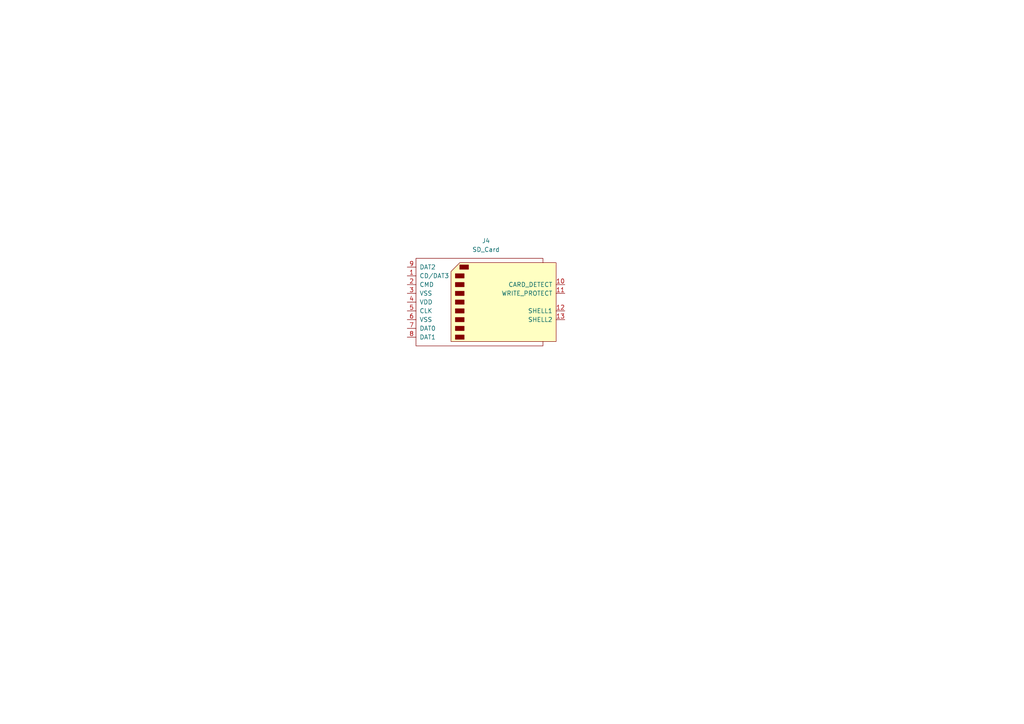
<source format=kicad_sch>
(kicad_sch (version 20230121) (generator eeschema)
  (paper "A4")
  (lib_symbols
    (symbol "Connector:SD_Card" (pin_names (offset 1.016))
      (property "Reference" "J" (at -16.51 13.97 0))
      (property "Value" "SD_Card" (at 15.24 -13.97 0))
      (symbol "SD_Card_0_1"
        (rectangle (start -8.89 -9.525) (end -6.35 -10.795) (fill (type outline)))
        (rectangle (start -8.89 -6.985) (end -6.35 -8.255) (fill (type outline)))
        (rectangle (start -8.89 -4.445) (end -6.35 -5.715) (fill (type outline)))
        (rectangle (start -8.89 -1.905) (end -6.35 -3.175) (fill (type outline)))
        (rectangle (start -8.89 0.635) (end -6.35 -0.635) (fill (type outline)))
        (rectangle (start -8.89 3.175) (end -6.35 1.905) (fill (type outline)))
        (rectangle (start -8.89 5.715) (end -6.35 4.445) (fill (type outline)))
        (rectangle (start -8.89 8.255) (end -6.35 6.985) (fill (type outline)))
        (rectangle (start -7.62 10.795) (end -5.08 9.525) (fill (type outline)))
        (polyline (pts (xy -10.16 8.89) (xy -7.62 11.43) (xy 20.32 11.43) (xy 20.32 -11.43) (xy -10.16 -11.43) (xy -10.16 8.89)) (fill (type background)))
        (polyline (pts (xy 16.51 11.43) (xy 16.51 12.7) (xy -20.32 12.7) (xy -20.32 -12.7) (xy 16.51 -12.7) (xy 16.51 -11.43)))
      )
      (symbol "SD_Card_1_1"
        (pin input line (at -22.86 7.62 0) (length 2.54) (name "CD/DAT3") (number "1"))
        (pin input line (at 22.86 5.08 180) (length 2.54) (name "CARD_DETECT") (number "10"))
        (pin input line (at 22.86 2.54 180) (length 2.54) (name "WRITE_PROTECT") (number "11"))
        (pin input line (at 22.86 -2.54 180) (length 2.54) (name "SHELL1") (number "12"))
        (pin input line (at 22.86 -5.08 180) (length 2.54) (name "SHELL2") (number "13"))
        (pin input line (at -22.86 5.08 0) (length 2.54) (name "CMD") (number "2"))
        (pin power_in line (at -22.86 2.54 0) (length 2.54) (name "VSS") (number "3"))
        (pin power_in line (at -22.86 0 0) (length 2.54) (name "VDD") (number "4"))
        (pin input line (at -22.86 -2.54 0) (length 2.54) (name "CLK") (number "5"))
        (pin power_in line (at -22.86 -5.08 0) (length 2.54) (name "VSS") (number "6"))
        (pin input line (at -22.86 -7.62 0) (length 2.54) (name "DAT0") (number "7"))
        (pin input line (at -22.86 -10.16 0) (length 2.54) (name "DAT1") (number "8"))
        (pin input line (at -22.86 10.16 0) (length 2.54) (name "DAT2") (number "9"))
      )
    )
  )
  (symbol (lib_id "Connector:SD_Card") (at 140.97 87.63 0) (unit 1)
    (property "Reference" "J4" (at 140.97 69.85 0))
    (property "Value" "SD_Card" (at 140.97 72.39 0))
    (property "Footprint" "Connector_Card:microSD_HC_Molex_104031-0811" (effects hide))
    (property "Datasheet" "http://portal.fciconnect.com/Comergent//fci/drawing/10067847.pdf" (effects hide))
  )
)
</source>
